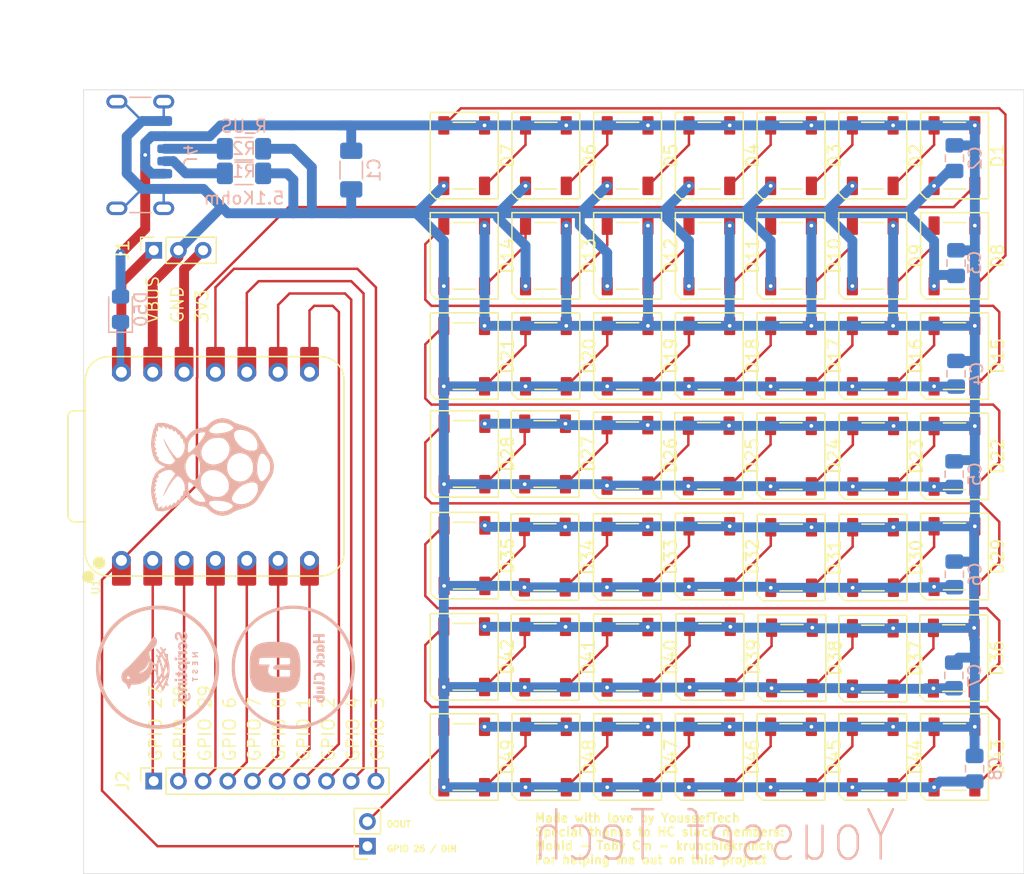
<source format=kicad_pcb>
(kicad_pcb (version 20241229) (generator "pcbnew") (generator_version "9.0")
  (layers (0 "F.Cu" signal) (2 "B.Cu" signal) (13 "F.Paste" user) (15 "B.Paste" user) (5 "F.SilkS" user "F.Silkscreen") (7 "B.SilkS" user "B.Silkscreen") (1 "F.Mask" user) (3 "B.Mask" user) (25 "Edge.Cuts" user))
  (net 0 "")
  (net 1 "Net-(D1-DIN)")
  (net 2 "Net-(D1-DOUT)")
  (net 3 "Net-(D2-DOUT)")
  (net 4 "Net-(D3-DOUT)")
  (net 5 "Net-(D4-DOUT)")
  (net 6 "Net-(D5-DOUT)")
  (net 7 "Net-(D6-DOUT)")
  (net 8 "Net-(D7-DOUT)")
  (net 9 "Net-(D8-DOUT)")
  (net 10 "Net-(D10-DIN)")
  (net 11 "Net-(D10-DOUT)")
  (net 12 "Net-(D11-DOUT)")
  (net 13 "Net-(D12-DOUT)")
  (net 14 "Net-(D13-DOUT)")
  (net 15 "Net-(D14-DOUT)")
  (net 16 "Net-(D15-DOUT)")
  (net 17 "Net-(D16-DOUT)")
  (net 18 "Net-(D17-DOUT)")
  (net 19 "Net-(D18-DOUT)")
  (net 20 "Net-(D19-DOUT)")
  (net 21 "Net-(D20-DOUT)")
  (net 22 "Net-(D21-DOUT)")
  (net 23 "Net-(D22-DOUT)")
  (net 24 "Net-(D40-DOUT)")
  (net 25 "Net-(D23-DOUT)")
  (net 26 "Net-(D41-DOUT)")
  (net 27 "Net-(D24-DOUT)")
  (net 28 "Net-(D25-DOUT)")
  (net 29 "Net-(D26-DOUT)")
  (net 30 "Net-(D27-DOUT)")
  (net 31 "Net-(D28-DOUT)")
  (net 32 "Net-(D29-DOUT)")
  (net 33 "Net-(D30-DOUT)")
  (net 34 "Net-(D31-DOUT)")
  (net 35 "Net-(D32-DOUT)")
  (net 36 "Net-(D33-DOUT)")
  (net 37 "Net-(D34-DOUT)")
  (net 38 "Net-(D35-DOUT)")
  (net 39 "Net-(D36-DOUT)")
  (net 40 "Net-(D37-DOUT)")
  (net 41 "Net-(D38-DOUT)")
  (net 42 "Net-(D39-DOUT)")
  (net 43 "Net-(D42-DOUT)")
  (net 44 "Net-(D43-DOUT)")
  (net 45 "Net-(D44-DOUT)")
  (net 46 "Net-(D45-DOUT)")
  (net 47 "Net-(D46-DOUT)")
  (net 48 "Net-(D47-DOUT)")
  (net 49 "Net-(D48-DOUT)")
  (net 50 "Net-(D49-DOUT)")
  (net 51 "Net-(D1-VDD)")
  (net 52 "Net-(J1-Pin_3)")
  (net 53 "Net-(D1-VSS)")
  (net 54 "Net-(J2-Pin_5)")
  (net 55 "Net-(J2-Pin_6)")
  (net 56 "Net-(J2-Pin_1)")
  (net 57 "Net-(J2-Pin_8)")
  (net 58 "Net-(J2-Pin_10)")
  (net 59 "Net-(J2-Pin_3)")
  (net 60 "Net-(J2-Pin_9)")
  (net 61 "Net-(J2-Pin_7)")
  (net 62 "Net-(J2-Pin_4)")
  (net 63 "Net-(J2-Pin_2)")
  (net 64 "Net-(D50-K)")
  (net 65 "Net-(J4-CC1)")
  (net 66 "Net-(J4-CC2)")
  (footprint "LED_SMD:LED_WS2812B_PLCC4_5.0x5.0mm_P3.2mm" (layer "F.Cu") (at 139.339446 93.793396 -90)
    (property "Reference" "D21")
    (property "Value" "WS2812B")
  )
  (footprint "Connector_PinSocket_2.00mm:PinSocket_1x03_P2.00mm_Vertical" (layer "F.Cu") (at 114.189446 85.223396 90)
    (property "Reference" "J1")
    (property "Value" "Power")
  )
  (footprint "LED_SMD:LED_WS2812B_PLCC4_5.0x5.0mm_P3.2mm" (layer "F.Cu") (at 159.199446 110.033396 -90)
    (property "Reference" "D32")
    (property "Value" "WS2812B")
  )
  (footprint "LED_SMD:LED_WS2812B_PLCC4_5.0x5.0mm_P3.2mm" (layer "F.Cu") (at 179.059446 77.553396 -90)
    (property "Reference" "D1")
    (property "Value" "WS2812B")
  )
  (footprint "LED_SMD:LED_WS2812B_PLCC4_5.0x5.0mm_P3.2mm" (layer "F.Cu") (at 152.559536 110.071835 -90)
    (property "Reference" "D33")
    (property "Value" "WS2812B")
  )
  (footprint "LED_SMD:LED_WS2812B_PLCC4_5.0x5.0mm_P3.2mm" (layer "F.Cu") (at 139.339446 118.153396 -90)
    (property "Reference" "D42")
    (property "Value" "WS2812B")
  )
  (footprint "LED_SMD:LED_WS2812B_PLCC4_5.0x5.0mm_P3.2mm" (layer "F.Cu") (at 152.562934 101.837066 -90)
    (property "Reference" "D26")
    (property "Value" "WS2812B")
  )
  (footprint "LED_SMD:LED_WS2812B_PLCC4_5.0x5.0mm_P3.2mm" (layer "F.Cu") (at 172.439446 77.553396 -90)
    (property "Reference" "D2")
    (property "Value" "WS2812B")
  )
  (footprint "LED_SMD:LED_WS2812B_PLCC4_5.0x5.0mm_P3.2mm" (layer "F.Cu") (at 159.199446 126.273396 -90)
    (property "Reference" "D46")
    (property "Value" "WS2812B")
  )
  (footprint "LED_SMD:LED_WS2812B_PLCC4_5.0x5.0mm_P3.2mm" (layer "F.Cu") (at 145.893753 101.723396 -90)
    (property "Reference" "D27")
    (property "Value" "WS2812B")
  )
  (footprint "LED_SMD:LED_WS2812B_PLCC4_5.0x5.0mm_P3.2mm" (layer "F.Cu") (at 179.059446 85.673396 -90)
    (property "Reference" "D8")
    (property "Value" "WS2812B")
  )
  (footprint "LED_SMD:LED_WS2812B_PLCC4_5.0x5.0mm_P3.2mm" (layer "F.Cu") (at 165.828798 110.113123 -90)
    (property "Reference" "D31")
    (property "Value" "WS2812B")
  )
  (footprint "LED_SMD:LED_WS2812B_PLCC4_5.0x5.0mm_P3.2mm" (layer "F.Cu") (at 159.199446 93.793396 -90)
    (property "Reference" "D18")
    (property "Value" "WS2812B")
  )
  (footprint "LED_SMD:LED_WS2812B_PLCC4_5.0x5.0mm_P3.2mm" (layer "F.Cu") (at 139.339446 126.273396 -90)
    (property "Reference" "D49")
    (property "Value" "WS2812B")
  )
  (footprint "LED_SMD:LED_WS2812B_PLCC4_5.0x5.0mm_P3.2mm" (layer "F.Cu") (at 145.959446 77.553396 -90)
    (property "Reference" "D6")
    (property "Value" "WS2812B")
  )
  (footprint "LED_SMD:LED_WS2812B_PLCC4_5.0x5.0mm_P3.2mm" (layer "F.Cu") (at 152.579446 126.273396 -90)
    (property "Reference" "D47")
    (property "Value" "WS2812B")
  )
  (footprint "LED_SMD:LED_WS2812B_PLCC4_5.0x5.0mm_P3.2mm" (layer "F.Cu") (at 145.959446 93.793396 -90)
    (property "Reference" "D20")
    (property "Value" "WS2812B")
  )
  (footprint "LED_SMD:LED_WS2812B_PLCC4_5.0x5.0mm_P3.2mm" (layer "F.Cu") (at 139.364673 109.96018 -90)
    (property "Reference" "D35")
    (property "Value" "WS2812B")
  )
  (footprint "LED_SMD:LED_WS2812B_PLCC4_5.0x5.0mm_P3.2mm" (layer "F.Cu") (at 179.004026 118.262668 -90)
    (property "Reference" "D36")
    (property "Value" "WS2812B")
  )
  (footprint "Images:logoNegative" (layer "F.Cu") (at 104.5 122)
    (property "Reference" "G***" (hide yes))
    (property "Value" "LOGO" (hide yes))
  )
  (footprint "LED_SMD:LED_WS2812B_PLCC4_5.0x5.0mm_P3.2mm" (layer "F.Cu") (at 165.819446 93.793396 -90)
    (property "Reference" "D17")
    (property "Value" "WS2812B")
  )
  (footprint "LED_SMD:LED_WS2812B_PLCC4_5.0x5.0mm_P3.2mm" (layer "F.Cu") (at 172.443619 118.295145 -90)
    (property "Reference" "D37")
    (property "Value" "WS2812B")
  )
  (footprint "LED_SMD:LED_WS2812B_PLCC4_5.0x5.0mm_P3.2mm" (layer "F.Cu") (at 159.251404 118.173355 -90)
    (property "Reference" "D39")
    (property "Value" "WS2812B")
  )
  (footprint "LED_SMD:LED_WS2812B_PLCC4_5.0x5.0mm_P3.2mm" (layer "F.Cu") (at 145.900093 118.176713 -90)
    (property "Reference" "D41")
    (property "Value" "WS2812B")
  )
  (footprint "LED_SMD:LED_WS2812B_PLCC4_5.0x5.0mm_P3.2mm" (layer "F.Cu") (at 165.819446 85.673396 -90)
    (property "Reference" "D10")
    (property "Value" "WS2812B")
  )
  (footprint "LED_SMD:LED_WS2812B_PLCC4_5.0x5.0mm_P3.2mm" (layer "F.Cu") (at 159.199446 77.553396 -90)
    (property "Reference" "D4")
    (property "Value" "WS2812B")
  )
  (footprint "LED_SMD:LED_WS2812B_PLCC4_5.0x5.0mm_P3.2mm" (layer "F.Cu") (at 152.579446 85.673396 -90)
    (property "Reference" "D12")
    (property "Value" "WS2812B")
  )
  (footprint "LED_SMD:LED_WS2812B_PLCC4_5.0x5.0mm_P3.2mm" (layer "F.Cu") (at 165.81256 101.898623 -90)
    (property "Reference" "D24")
    (property "Value" "WS2812B")
  )
  (footprint "LED_SMD:LED_WS2812B_PLCC4_5.0x5.0mm_P3.2mm" (layer "F.Cu") (at 165.893753 118.243032 -90)
    (property "Reference" "D38")
    (property "Value" "WS2812B")
  )
  (footprint "LED_SMD:LED_WS2812B_PLCC4_5.0x5.0mm_P3.2mm" (layer "F.Cu") (at 139.361275 101.719998 -90)
    (property "Reference" "D28")
    (property "Value" "WS2812B")
  )
  (footprint "LED_SMD:LED_WS2812B_PLCC4_5.0x5.0mm_P3.2mm" (layer "F.Cu") (at 172.439446 126.273396 -90)
    (property "Reference" "D44")
    (property "Value" "WS2812B")
  )
  (footprint "LED_SMD:LED_WS2812B_PLCC4_5.0x5.0mm_P3.2mm" (layer "F.Cu") (at 159.199446 85.673396 -90)
    (property "Reference" "D11")
    (property "Value" "WS2812B")
  )
  (footprint "Images:HClogo" (layer "F.Cu") (at 104.5 119.5)
    (property "Reference" "G***" (hide yes))
    (property "Value" "LOGO" (hide yes))
  )
  (footprint "LED_SMD:LED_WS2812B_PLCC4_5.0x5.0mm_P3.2mm" (layer "F.Cu") (at 172.462105 110.107077 -90)
    (property "Reference" "D30")
    (property "Value" "WS2812B")
  )
  (footprint "LED_SMD:LED_WS2812B_PLCC4_5.0x5.0mm_P3.2mm" (layer "F.Cu") (at 145.959446 126.273396 -90)
    (property "Reference" "D48")
    (property "Value" "WS2812B")
  )
  (footprint "OPL:XIAO-RP2040-DIP" (layer "F.Cu") (at 119.189446 102.723396 90)
    (property "Reference" "U1")
    (property "Value" "XIAO-RP2040-DIP")
  )
  (footprint "LED_SMD:LED_WS2812B_PLCC4_5.0x5.0mm_P3.2mm" (layer "F.Cu") (at 152.56898 118.194316 -90)
    (property "Reference" "D40")
    (property "Value" "WS2812B")
  )
  (footprint "LED_SMD:LED_WS2812B_PLCC4_5.0x5.0mm_P3.2mm" (layer "F.Cu") (at 159.15 101.878813 -90)
    (property "Reference" "D25")
    (property "Value" "WS2812B")
  )
  (footprint "LED_SMD:LED_WS2812B_PLCC4_5.0x5.0mm_P3.2mm" (layer "F.Cu") (at 152.579446 77.553396 -90)
    (property "Reference" "D5")
    (property "Value" "WS2812B")
  )
  (footprint "LED_SMD:LED_WS2812B_PLCC4_5.0x5.0mm_P3.2mm" (layer "F.Cu") (at 172.474946 101.905418 -90)
    (property "Reference" "D23")
    (property "Value" "WS2812B")
  )
  (footprint "LED_SMD:LED_WS2812B_PLCC4_5.0x5.0mm_P3.2mm" (layer "F.Cu") (at 145.959446 85.673396 -90)
    (property "Reference" "D13")
    (property "Value" "WS2812B")
  )
  (footprint "LED_SMD:LED_WS2812B_PLCC4_5.0x5.0mm_P3.2mm" (layer "F.Cu") (at 145.873301 110.078612 -90)
    (property "Reference" "D34")
    (property "Value" "WS2812B")
  )
  (footprint "LED_SMD:LED_WS2812B_PLCC4_5.0x5.0mm_P3.2mm" (layer "F.Cu") (at 172.439446 93.793396 -90)
    (property "Reference" "D16")
    (property "Value" "WS2812B")
  )
  (footprint "LED_SMD:LED_WS2812B_PLCC4_5.0x5.0mm_P3.2mm" (layer "F.Cu") (at 139.339446 85.673396 -90)
    (property "Reference" "D14")
    (property "Value" "WS2812B")
  )
  (footprint "LED_SMD:LED_WS2812B_PLCC4_5.0x5.0mm_P3.2mm" (layer "F.Cu") (at 179.059536 110.031929 -90)
    (property "Reference" "D29")
    (property "Value" "WS2812B")
  )
  (footprint "Connector_PinSocket_2.00mm:PinSocket_1x02_P2.00mm_Vertical" (layer "F.Cu") (at 131.5 133.5 180)
    (property "Reference" "J3" (hide yes))
    (property "Value" "DIN & DOUT" (hide yes))
  )
  (footprint "LED_SMD:LED_WS2812B_PLCC4_5.0x5.0mm_P3.2mm" (layer "F.Cu") (at 179.059446 93.793396 -90)
    (property "Reference" "D15")
    (property "Value" "WS2812B")
  )
  (footprint "LED_SMD:LED_WS2812B_PLCC4_5.0x5.0mm_P3.2mm" (layer "F.Cu") (at 179.059446 101.913396 -90)
    (property "Reference" "D22")
    (property "Value" "WS2812B")
  )
  (footprint "LED_SMD:LED_WS2812B_PLCC4_5.0x5.0mm_P3.2mm" (layer "F.Cu") (at 165.819446 77.553396 -90)
    (property "Reference" "D3")
    (property "Value" "WS2812B")
  )
  (footprint "LED_SMD:LED_WS2812B_PLCC4_5.0x5.0mm_P3.2mm" (layer "F.Cu") (at 165.819446 126.273396 -90)
    (property "Reference" "D45")
    (property "Value" "WS2812B")
  )
  (footprint "LED_SMD:LED_WS2812B_PLCC4_5.0x5.0mm_P3.2mm" (layer "F.Cu") (at 172.439446 85.673396 -90)
    (property "Reference" "D9")
    (property "Value" "WS2812B")
  )
  (footprint "Connector_PinSocket_2.00mm:PinSocket_1x10_P2.00mm_Vertical" (layer "F.Cu") (at 114.189446 128.223396 90)
    (property "Reference" "J2")
    (property "Value" "GPIO")
  )
  (footprint "LED_SMD:LED_WS2812B_PLCC4_5.0x5.0mm_P3.2mm" (layer "F.Cu") (at 179.059446 126.273396 -90)
    (property "Reference" "D43")
    (property "Value" "WS2812B")
  )
  (footprint "LED_SMD:LED_WS2812B_PLCC4_5.0x5.0mm_P3.2mm" (layer "F.Cu") (at 139.339446 77.553396 -90)
    (property "Reference" "D7")
    (property "Value" "WS2812B")
  )
  (footprint "LED_SMD:LED_WS2812B_PLCC4_5.0x5.0mm_P3.2mm" (layer "F.Cu") (at 152.579446 93.793396 -90)
    (property "Reference" "D19")
    (property "Value" "WS2812B")
  )
  (footprint "Capacitor_SMD:C_0805_2012Metric_Pad1.18x1.45mm_HandSolder" (layer "B.Cu") (at 179.051421 111.478521 90)
    (property "Reference" "C6")
    (property "Value" "4.7uF")
  )
  (footprint "Capacitor_SMD:C_0805_2012Metric_Pad1.18x1.45mm_HandSolder" (layer "B.Cu") (at 179.038431 103.358111 90)
    (property "Reference" "C5")
    (property "Value" "4.7uF")
  )
  (footprint "Capacitor_SMD:C_0805_2012Metric_Pad1.18x1.45mm_HandSolder" (layer "B.Cu") (at 179.189446 95.223396 90)
    (property "Reference" "C4")
    (property "Value" "4.7uF")
  )
  (footprint "Images:RPLogo" (layer "B.Cu") (at 118.937858 102.778198 -90)
    (property "Reference" "G***" (hide yes))
    (property "Value" "LOGO" (hide yes))
  )
  (footprint "Capacitor_SMD:C_0805_2012Metric_Pad1.18x1.45mm_HandSolder" (layer "B.Cu") (at 179.059446 77.760896 90)
    (property "Reference" "C2")
    (property "Value" "4.7uF")
  )
  (footprint "Diode_SMD:D_0805_2012Metric_Pad1.15x1.40mm_HandSolder" (layer "B.Cu") (at 111.5 90 90)
    (property "Reference" "D50")
    (property "Value" "D")
  )
  (footprint "Capacitor_SMD:C_0805_2012Metric_Pad1.18x1.45mm_HandSolder" (layer "B.Cu") (at 179.010419 119.664633 90)
    (property "Reference" "C7")
    (property "Value" "4.7uF")
  )
  (footprint "Images:HClogo" (layer "B.Cu") (at 125.5 119 -90)
    (property "Reference" "G***" (hide yes))
    (property "Value" "LOGO" (hide yes))
  )
  (footprint "Connector_USB:USB_C_Receptacle_GCT_USB4125-xx-x_6P_TopMnt_Horizontal" (layer "B.Cu") (at 112 77.5 90)
    (property "Reference" "J4")
    (property "Value" "USB_C_Receptacle_PowerOnly_6P")
  )
  (footprint "Resistor_SMD:R_1206_3216Metric_Pad1.30x1.75mm_HandSolder" (layer "B.Cu") (at 121.5 77)
    (property "Reference" "R1")
    (property "Value" "R_US")
  )
  (footprint "Capacitor_SMD:C_0805_2012Metric_Pad1.18x1.45mm_HandSolder" (layer "B.Cu") (at 179.189446 86.260896 90)
    (property "Reference" "C3" (hide yes))
    (property "Value" "4.7uF")
  )
  (footprint "Resistor_SMD:R_1206_3216Metric_Pad1.30x1.75mm_HandSolder" (layer "B.Cu") (at 121.5 78.99)
    (property "Reference" "R2")
    (property "Value" "5.1Kohm")
  )
  (footprint "Capacitor_SMD:C_0805_2012Metric_Pad1.18x1.45mm_HandSolder" (layer "B.Cu") (at 180.689446 127.223396 90)
    (property "Reference" "C8")
    (property "Value" "4.7uF")
  )
  (footprint "Capacitor_SMD:C_1206_3216Metric_Pad1.33x1.80mm_HandSolder" (layer "B.Cu") (at 130.189446 78.723396 90)
    (property "Reference" "C1")
    (property "Value" "100uF")
  )
  (footprint "Images:logo" (layer "B.Cu") (at 114.5 119 -90)
    (property "Reference" "G***" (hide yes))
    (property "Value" "LOGO" (hide yes))
  )
  (gr_line (start 184.689446 135.723396) (end 108.5 135.723396) (stroke (width 0.05)) (layer "Edge.Cuts"))
  (gr_line (start 108.5 72.223396) (end 108.5 135.723396) (stroke (width 0.05)) (layer "Edge.Cuts"))
  (gr_line (start 184.689446 72.223396) (end 184.689446 135.723396) (stroke (width 0.05)) (layer "Edge.Cuts"))
  (gr_line (start 108.5 72.223396) (end 184.689446 72.223396) (stroke (width 0.05)) (layer "Edge.Cuts"))
  (gr_text "GPIO 26 / DIN" (at 133 134 0) (layer "F.SilkS") (effects (font (size 0.5 0.5) (thickness 0.125) (bold yes)) (justify left bottom)))
  (gr_text "GPIO 1" (at 126.925275 126.723396 90) (layer "F.SilkS") (effects (font (size 1 1) (thickness 0.125)) (justify left bottom)))
  (gr_text "GPIO 6" (at 120.925275 126.723396 90) (layer "F.SilkS") (effects (font (size 1 1) (thickness 0.125)) (justify left bottom)))
  (gr_text "DOUT" (at 133 132 0) (layer "F.SilkS") (effects (font (size 0.5 0.5) (thickness 0.125) (bold yes)) (justify left bottom)))
  (gr_text "GPIO 28\n" (at 116.925275 126.723396 90) (layer "F.SilkS") (effects (font (size 1 1) (thickness 0.125)) (justify left bottom)))
  (gr_text "VBUS" (at 114.689446 91.223396 90) (layer "F.SilkS") (effects (font (size 1 1) (thickness 0.125)) (justify left bottom)))
  (gr_text "Made with love by YoussefTech\nSpecial thanks to HC slack members:\nMohid - Toby Cm - krunchiekrunch\nFor helping me out on this project" (at 145 135 0) (layer "F.SilkS") (effects (font (size 0.7 0.7) (thickness 0.15) (bold yes)) (justify left bottom)))
  (gr_text "GPIO 0" (at 124.925275 126.723396 90) (layer "F.SilkS") (effects (font (size 1 1) (thickness 0.125)) (justify left bottom)))
  (gr_text "GPIO 27" (at 114.925275 126.723396 90) (layer "F.SilkS") (effects (font (size 1 1) (thickness 0.125)) (justify left bottom)))
  (gr_text "3V3" (at 118.689446 91.223396 90) (layer "F.SilkS") (effects (font (size 1 1) (thickness 0.125)) (justify left bottom)))
  (gr_text "GPIO 3" (at 132.925275 126.723396 90) (layer "F.SilkS") (effects (font (size 1 1) (thickness 0.125)) (justify left bottom)))
  (gr_text "GPIO 4" (at 130.925275 126.723396 90) (layer "F.SilkS") (effects (font (size 1 1) (thickness 0.125)) (justify left bottom)))
  (gr_text "GPIO 7" (at 122.925275 126.723396 90) (layer "F.SilkS") (effects (font (size 1 1) (thickness 0.125)) (justify left bottom)))
  (gr_text "GPIO 29" (at 118.925275 126.723396 90) (layer "F.SilkS") (effects (font (size 1 1) (thickness 0.125)) (justify left bottom)))
  (gr_text "GPIO 2" (at 128.925275 126.723396 90) (layer "F.SilkS") (effects (font (size 1 1) (thickness 0.125)) (justify left bottom)))
  (gr_text "GND" (at 116.689446 91.223396 90) (layer "F.SilkS") (effects (font (size 1 1) (thickness 0.125)) (justify left bottom)))
  (gr_text "C3" (at 180.689446 86.223396 90) (layer "B.SilkS") (effects (font (size 1 1)) (justify mirror)))
  (gr_text "Youssef Tech" (at 174.5 135 0) (layer "B.SilkS") (effects (font (size 4 3) (thickness 0.2)) (justify left bottom mirror)))
  (segment (start 117.689446 104.223396) (end 117.689446 95.566706) (width 0.2) (layer "F.Cu") (net 1))
  (segment (start 125.122346 81.723396) (end 178.989446 81.723396) (width 0.2) (layer "F.Cu") (net 1))
  (segment (start 110 111.912842) (end 110 129) (width 0.2) (layer "F.Cu") (net 1))
  (segment (start 114.5 133.5) (end 131.5 133.5) (width 0.2) (layer "F.Cu") (net 1))
  (segment (start 178.989446 81.723396) (end 180.709446 80.003396) (width 0.2) (layer "F.Cu") (net 1))
  (segment (start 117.689446 95.566706) (end 117.712446 95.543706) (width 0.2) (layer "F.Cu") (net 1))
  (segment (start 117.712446 89.133296) (end 125.122346 81.723396) (width 0.2) (layer "F.Cu") (net 1))
  (segment (start 117.712446 95.543706) (end 117.712446 89.133296) (width 0.2) (layer "F.Cu") (net 1))
  (segment (start 110 129) (end 114.5 133.5) (width 0.2) (layer "F.Cu") (net 1))
  (segment (start 111.569446 110.343396) (end 110 111.912842) (width 0.2) (layer "F.Cu") (net 1))
  (segment (start 111.569446 110.343396) (end 117.689446 104.223396) (width 0.2) (layer "F.Cu") (net 1))
  (segment (start 177.409446 76.683396) (end 174.089446 80.003396) (width 0.2) (layer "F.Cu") (net 2))
  (segment (start 177.409446 75.103396) (end 177.409446 76.683396) (width 0.2) (layer "F.Cu") (net 2))
  (segment (start 170.789446 76.683396) (end 167.469446 80.003396) (width 0.2) (layer "F.Cu") (net 3))
  (segment (start 170.789446 75.103396) (end 170.789446 76.683396) (width 0.2) (layer "F.Cu") (net 3))
  (segment (start 164.169446 76.683396) (end 160.849446 80.003396) (width 0.2) (layer "F.Cu") (net 4))
  (segment (start 164.169446 75.103396) (end 164.169446 76.683396) (width 0.2) (layer "F.Cu") (net 4))
  (segment (start 157.549446 76.683396) (end 154.229446 80.003396) (width 0.2) (layer "F.Cu") (net 5))
  (segment (start 157.549446 75.103396) (end 157.549446 76.683396) (width 0.2) (layer "F.Cu") (net 5))
  (segment (start 150.929446 75.103396) (end 150.929446 76.683396) (width 0.2) (layer "F.Cu") (net 6))
  (segment (start 150.929446 76.683396) (end 147.609446 80.003396) (width 0.2) (layer "F.Cu") (net 6))
  (segment (start 144.309446 76.683396) (end 140.989446 80.003396) (width 0.2) (layer "F.Cu") (net 7))
  (segment (start 144.309446 75.103396) (end 144.309446 76.683396) (width 0.2) (layer "F.Cu") (net 7))
  (segment (start 183.189446 85.643396) (end 180.709446 88.123396) (width 0.2) (layer "F.Cu") (net 8))
  (segment (start 183.189446 74.223396) (end 183.189446 85.643396) (width 0.2) (layer "F.Cu") (net 8))
  (segment (start 137.689446 75.103396) (end 139.069446 73.723396) (width 0.2) (layer "F.Cu") (net 8))
  (segment (start 182.689446 73.723396) (end 183.189446 74.223396) (width 0.2) (layer "F.Cu") (net 8))
  (segment (start 139.069446 73.723396) (end 182.689446 73.723396) (width 0.2) (layer "F.Cu") (net 8))
  (segment (start 177.409446 84.803396) (end 174.089446 88.123396) (width 0.2) (layer "F.Cu") (net 9))
  (segment (start 177.409446 83.223396) (end 177.409446 84.803396) (width 0.2) (layer "F.Cu") (net 9))
  (segment (start 170.789446 84.803396) (end 167.469446 88.123396) (width 0.2) (layer "F.Cu") (net 10))
  (segment (start 170.789446 83.223396) (end 170.789446 84.803396) (width 0.2) (layer "F.Cu") (net 10))
  (segment (start 164.169446 83.223396) (end 164.169446 84.803396) (width 0.2) (layer "F.Cu") (net 11))
  (segment (start 164.169446 84.803396) (end 160.849446 88.123396) (width 0.2) (layer "F.Cu") (net 11))
  (segment (start 157.549446 83.223396) (end 157.549446 84.803396) (width 0.2) (layer "F.Cu") (net 12))
  (segment (start 157.549446 84.803396) (end 154.229446 88.123396) (width 0.2) (layer "F.Cu") (net 12))
  (segment (start 150.929446 83.223396) (end 150.929446 84.803396) (width 0.2) (layer "F.Cu") (net 13))
  (segment (start 150.929446 84.803396) (end 147.609446 88.123396) (width 0.2) (layer "F.Cu") (net 13))
  (segment (start 144.309446 83.223396) (end 144.309446 84.803396) (width 0.2) (layer "F.Cu") (net 14))
  (segment (start 144.309446 84.803396) (end 140.989446 88.123396) (width 0.2) (layer "F.Cu") (net 14))
  (segment (start 136.189446 84.723396) (end 136.189446 89.223396) (width 0.2) (layer "F.Cu") (net 15))
  (segment (start 136.189446 89.223396) (end 136.689446 89.723396) (width 0.2) (layer "F.Cu") (net 15))
  (segment (start 182.689446 94.263396) (end 180.709446 96.243396) (width 0.2) (layer "F.Cu") (net 15))
  (segment (start 137.689446 83.223396) (end 136.189446 84.723396) (width 0.2) (layer "F.Cu") (net 15))
  (segment (start 182.189446 89.723396) (end 182.689446 90.223396) (width 0.2) (layer "F.Cu") (net 15))
  (segment (start 136.689446 89.723396) (end 182.189446 89.723396) (width 0.2) (layer "F.Cu") (net 15))
  (segment (start 182.689446 90.223396) (end 182.689446 94.263396) (width 0.2) (layer "F.Cu") (net 15))
  (segment (start 177.409446 92.923396) (end 174.089446 96.243396) (width 0.2) (layer "F.Cu") (net 16))
  (segment (start 177.409446 91.343396) (end 177.409446 92.923396) (width 0.2) (layer "F.Cu") (net 16))
  (segment (start 170.789446 91.343396) (end 170.789446 92.923396) (width 0.2) (layer "F.Cu") (net 17))
  (segment (start 170.789446 92.923396) (end 167.469446 96.243396) (width 0.2) (layer "F.Cu") (net 17))
  (segment (start 164.169446 91.343396) (end 164.169446 92.923396) (width 0.2) (layer "F.Cu") (net 18))
  (segment (start 164.169446 92.923396) (end 160.849446 96.243396) (width 0.2) (layer "F.Cu") (net 18))
  (segment (start 157.549446 92.923396) (end 154.229446 96.243396) (width 0.2) (layer "F.Cu") (net 19))
  (segment (start 157.549446 91.343396) (end 157.549446 92.923396) (width 0.2) (layer "F.Cu") (net 19))
  (segment (start 150.929446 91.343396) (end 150.929446 92.923396) (width 0.2) (layer "F.Cu") (net 20))
  (segment (start 150.929446 92.923396) (end 147.609446 96.243396) (width 0.2) (layer "F.Cu") (net 20))
  (segment (start 144.309446 92.923396) (end 140.989446 96.243396) (width 0.2) (layer "F.Cu") (net 21))
  (segment (start 144.309446 91.343396) (end 144.309446 92.923396) (width 0.2) (layer "F.Cu") (net 21))
  (segment (start 182.189446 97.723396) (end 182.689446 98.223396) (width 0.2) (layer "F.Cu") (net 22))
  (segment (start 136.689446 97.723396) (end 182.189446 97.723396) (width 0.2) (layer "F.Cu") (net 22))
  (segment (start 182.689446 98.223396) (end 182.689446 102.383396) (width 0.2) (layer "F.Cu") (net 22))
  (segment (start 137.689446 91.343396) (end 136.189446 92.843396) (width 0.2) (layer "F.Cu") (net 22))
  (segment (start 136.189446 97.223396) (end 136.689446 97.723396) (width 0.2) (layer "F.Cu") (net 22))
  (segment (start 182.689446 102.383396) (end 180.709446 104.363396) (width 0.2) (layer "F.Cu") (net 22))
  (segment (start 136.189446 92.843396) (end 136.189446 97.223396) (width 0.2) (layer "F.Cu") (net 22))
  (segment (start 177.409446 99.463396) (end 177.409446 101.070918) (width 0.2) (layer "F.Cu") (net 23))
  (segment (start 177.409446 101.070918) (end 174.124946 104.355418) (width 0.2) (layer "F.Cu") (net 23))
  (segment (start 150.91898 117.257826) (end 147.550093 120.626713) (width 0.2) (layer "F.Cu") (net 24))
  (segment (start 150.91898 115.744316) (end 150.91898 117.257826) (width 0.2) (layer "F.Cu") (net 24))
  (segment (start 170.824946 99.455418) (end 170.824946 100.986237) (width 0.2) (layer "F.Cu") (net 25))
  (segment (start 170.824946 100.986237) (end 167.46256 104.348623) (width 0.2) (layer "F.Cu") (net 25))
  (segment (start 144.250093 117.342749) (end 140.989446 120.603396) (width 0.2) (layer "F.Cu") (net 26))
  (segment (start 144.250093 115.726713) (end 144.250093 117.342749) (width 0.2) (layer "F.Cu") (net 26))
  (segment (start 164.16256 99.448623) (end 164.16256 100.966253) (width 0.2) (layer "F.Cu") (net 27))
  (segment (start 164.16256 100.966253) (end 160.8 104.328813) (width 0.2) (layer "F.Cu") (net 27))
  (segment (start 157.5 99.428813) (end 157.5 101) (width 0.2) (layer "F.Cu") (net 28))
  (segment (start 157.5 101) (end 154.212934 104.287066) (width 0.2) (layer "F.Cu") (net 28))
  (segment (start 150.912934 99.387066) (end 150.912934 100.804215) (width 0.2) (layer "F.Cu") (net 29))
  (segment (start 150.912934 100.804215) (end 147.543753 104.173396) (width 0.2) (layer "F.Cu") (net 29))
  (segment (start 144.243753 99.273396) (end 144.243753 100.93752) (width 0.2) (layer "F.Cu") (net 30))
  (segment (start 144.243753 100.93752) (end 141.011275 104.169998) (width 0.2) (layer "F.Cu") (net 30))
  (segment (start 136.189446 105.223396) (end 136.689446 105.723396) (width 0.2) (layer "F.Cu") (net 31))
  (segment (start 182.689446 110.502019) (end 180.709536 112.481929) (width 0.2) (layer "F.Cu") (net 31))
  (segment (start 136.189446 100.791827) (end 136.189446 105.223396) (width 0.2) (layer "F.Cu") (net 31))
  (segment (start 181.189446 105.723396) (end 182.689446 107.223396) (width 0.2) (layer "F.Cu") (net 31))
  (segment (start 137.711275 99.269998) (end 136.189446 100.791827) (width 0.2) (layer "F.Cu") (net 31))
  (segment (start 182.689446 107.223396) (end 182.689446 110.502019) (width 0.2) (layer "F.Cu") (net 31))
  (segment (start 136.689446 105.723396) (end 181.189446 105.723396) (width 0.2) (layer "F.Cu") (net 31))
  (segment (start 177.409536 109.259646) (end 174.112105 112.557077) (width 0.2) (layer "F.Cu") (net 32))
  (segment (start 177.409536 107.581929) (end 177.409536 109.259646) (width 0.2) (layer "F.Cu") (net 32))
  (segment (start 170.812105 107.657077) (end 170.812105 109.229816) (width 0.2) (layer "F.Cu") (net 33))
  (segment (start 170.812105 109.229816) (end 167.478798 112.563123) (width 0.2) (layer "F.Cu") (net 33))
  (segment (start 164.178798 107.663123) (end 164.178798 109.154044) (width 0.2) (layer "F.Cu") (net 34))
  (segment (start 164.178798 109.154044) (end 160.849446 112.483396) (width 0.2) (layer "F.Cu") (net 34))
  (segment (start 157.549446 107.583396) (end 157.549446 109.181925) (width 0.2) (layer "F.Cu") (net 35))
  (segment (start 157.549446 109.181925) (end 154.209536 112.521835) (width 0.2) (layer "F.Cu") (net 35))
  (segment (start 150.909536 107.621835) (end 150.909536 109.142377) (width 0.2) (layer "F.Cu") (net 36))
  (segment (start 150.909536 109.142377) (end 147.523301 112.528612) (width 0.2) (layer "F.Cu") (net 36))
  (segment (start 144.223301 107.628612) (end 144.223301 109.201552) (width 0.2) (layer "F.Cu") (net 37))
  (segment (start 144.223301 109.201552) (end 141.014673 112.41018) (width 0.2) (layer "F.Cu") (net 37))
  (segment (start 137.189446 114.223396) (end 181.689446 114.223396) (width 0.2) (layer "F.Cu") (net 38))
  (segment (start 182.689446 115.223396) (end 182.689446 118.723396) (width 0.2) (layer "F.Cu") (net 38))
  (segment (start 136.189446 109.035407) (end 136.189446 113.223396) (width 0.2) (layer "F.Cu") (net 38))
  (segment (start 181.689446 114.223396) (end 182.689446 115.223396) (width 0.2) (layer "F.Cu") (net 38))
  (segment (start 136.189446 113.223396) (end 137.189446 114.223396) (width 0.2) (layer "F.Cu") (net 38))
  (segment (start 182.689446 118.723396) (end 182.643298 118.723396) (width 0.2) (layer "F.Cu") (net 38))
  (segment (start 137.714673 107.51018) (end 136.189446 109.035407) (width 0.2) (layer "F.Cu") (net 38))
  (segment (start 182.643298 118.723396) (end 180.654026 120.712668) (width 0.2) (layer "F.Cu") (net 38))
  (segment (start 177.354026 115.812668) (end 177.354026 117.484738) (width 0.2) (layer "F.Cu") (net 39))
  (segment (start 177.354026 117.484738) (end 174.093619 120.745145) (width 0.2) (layer "F.Cu") (net 39))
  (segment (start 170.793619 115.845145) (end 170.793619 117.443166) (width 0.2) (layer "F.Cu") (net 40))
  (segment (start 170.793619 117.443166) (end 167.543753 120.693032) (width 0.2) (layer "F.Cu") (net 40))
  (segment (start 164.243753 115.793032) (end 164.243753 117.281006) (width 0.2) (layer "F.Cu") (net 41))
  (segment (start 164.243753 117.281006) (end 160.901404 120.623355) (width 0.2) (layer "F.Cu") (net 41))
  (segment (start 157.601404 115.723355) (end 157.601404 117.261892) (width 0.2) (layer "F.Cu") (net 42))
  (segment (start 157.601404 117.261892) (end 154.21898 120.644316) (width 0.2) (layer "F.Cu") (net 42))
  (segment (start 181.689446 122.223396) (end 182.689446 123.223396) (width 0.2) (layer "F.Cu") (net 43))
  (segment (start 136.689446 122.223396) (end 181.689446 122.223396) (width 0.2) (layer "F.Cu") (net 43))
  (segment (start 182.689446 123.223396) (end 182.689446 126.743396) (width 0.2) (layer "F.Cu") (net 43))
  (segment (start 182.689446 126.743396) (end 180.709446 128.723396) (width 0.2) (layer "F.Cu") (net 43))
  (segment (start 136.189446 117.203396) (end 136.189446 121.723396) (width 0.2) (layer "F.Cu") (net 43))
  (segment (start 137.689446 115.703396) (end 136.189446 117.203396) (width 0.2) (layer "F.Cu") (net 43))
  (segment (start 136.189446 121.723396) (end 136.689446 122.223396) (width 0.2) (layer "F.Cu") (net 43))
  (segment (start 177.409446 123.823396) (end 177.409446 125.403396) (width 0.2) (layer "F.Cu") (net 44))
  (segment (start 177.409446 125.403396) (end 174.089446 128.723396) (width 0.2) (layer "F.Cu") (net 44))
  (segment (start 170.789446 125.403396) (end 167.469446 128.723396) (width 0.2) (layer "F.Cu") (net 45))
  (segment (start 170.789446 123.823396) (end 170.789446 125.403396) (width 0.2) (layer "F.Cu") (net 45))
  (segment (start 164.169446 125.403396) (end 160.849446 128.723396) (width 0.2) (layer "F.Cu") (net 46))
  (segment (start 164.169446 123.823396) (end 164.169446 125.403396) (width 0.2) (layer "F.Cu") (net 46))
  (segment (start 157.549446 125.403396) (end 154.229446 128.723396) (width 0.2) (layer "F.Cu") (net 47))
  (segment (start 157.549446 123.823396) (end 157.549446 125.403396) (width 0.2) (layer "F.Cu") (net 47))
  (segment (start 150.929446 123.823396) (end 150.929446 125.403396) (width 0.2) (layer "F.Cu") (net 48))
  (segment (start 150.929446 125.403396) (end 147.609446 128.723396) (width 0.2) (layer "F.Cu") (net 48))
  (segment (start 144.309446 125.403396) (end 140.989446 128.723396) (width 0.2) (layer "F.Cu") (net 49))
  (segment (start 144.309446 123.823396) (end 144.309446 125.403396) (width 0.2) (layer "F.Cu") (net 49))
  (segment (start 137.689446 125.310554) (end 131.5 131.5) (width 0.2) (layer "F.Cu") (net 50))
  (segment (start 137.689446 123.823396) (end 137.689446 125.310554) (width 0.2) (layer "F.Cu") (net 50))
  (segment (start 113.5 83.5) (end 113.5 77.5) (width 0.8) (layer "F.Cu") (net 51))
  (segment (start 111.5 85.5) (end 113.5 83.5) (width 0.8) (layer "F.Cu") (net 51))
  (via (at 154.229446 75.103396) (size 0.6) (drill 0.3) (layers "F.Cu" "B.Cu") (net 51))
  (via (at 140.989446 123.823396) (size 0.6) (drill 0.3) (layers "F.Cu" "B.Cu") (net 51))
  (via (at 147.550093 115.726713) (size 0.6) (drill 0.3) (layers "F.Cu" "B.Cu") (net 51))
  (via (at 111.5 85.5) (size 0.6) (drill 0.3) (layers "F.Cu" "B.Cu") (net 51))
  (via (at 167.469446 91.343396) (size 0.6) (drill 0.3) (layers "F.Cu" "B.Cu") (net 51))
  (via (at 140.989446 75.103396) (size 0.6) (drill 0.3) (layers "F.Cu" "B.Cu") (net 51))
  (via (at 174.089446 123.823396) (size 0.6) (drill 0.3) (layers "F.Cu" "B.Cu") (net 51))
  (via (at 140.989446 115.703396) (size 0.6) (drill 0.3) (layers "F.Cu" "B.Cu") (net 51))
  (via (at 160.849446 83.223396) (size 0.6) (drill 0.3) (layers "F.Cu" "B.Cu") (net 51))
  (via (at 174.093619 115.845145) (size 0.6) (drill 0.3) (layers "F.Cu" "B.Cu") (net 51))
  (via (at 160.849446 123.823396) (size 0.6) (drill 0.3) (layers "F.Cu" "B.Cu") (net 51))
  (via (at 160.849446 75.103396) (size 0.6) (drill 0.3) (layers "F.Cu" "B.Cu") (net 51))
  (via (at 154.209536 107.621835) (size 0.6) (drill 0.3) (layers "F.Cu" "B.Cu") (net 51))
  (via (at 113.5 77.5) (size 0.6) (drill 0.3) (layers "F.Cu" "B.Cu") (net 51))
  (via (at 174.089446 75.103396) (size 0.6) (drill 0.3) (layers "F.Cu" "B.Cu") (net 51))
  (via (at 167.478798 107.663123) (size 0.6) (drill 0.3) (layers "F.Cu" "B.Cu") (net 51))
  (via (at 141.014673 107.51018) (size 0.6) (drill 0.3) (layers "F.Cu" "B.Cu") (net 51))
  (via (at 180.709446 91.343396) (size 0.6) (drill 0.3) (layers "F.Cu" "B.Cu") (net 51))
  (via (at 167.469446 123.823396) (size 0.6) (drill 0.3) (layers "F.Cu" "B.Cu") (net 51))
  (via (at 160.901404 115.723355) (size 0.6) (drill 0.3) (layers "F.Cu" "B.Cu") (net 51))
  (via (at 147.523301 107.628612) (size 0.6) (drill 0.3) (layers "F.Cu" "B.Cu") (net 51))
  (via (at 160.8 99.428813) (size 0.6) (drill 0.3) (layers "F.Cu" "B.Cu") (net 51))
  (via (at 154.229446 123.823396) (size 0.6) (drill 0.3) (layers "F.Cu" "B.Cu") (net 51))
  (via (at 160.849446 91.343396) (size 0.6) (drill 0.3) (layers "F.Cu" "B.Cu") (net 51))
  (via (at 167.469446 83.223396) (size 0.6) (drill 0.3) (layers "F.Cu" "B.Cu") (net 51))
  (via (at 141.011275 99.269998) (size 0.6) (drill 0.3) (layers "F.Cu" "B.Cu") (net 51))
  (via (at 180.654026 115.812668) (size 0.6) (drill 0.3) (layers "F.Cu" "B.Cu") (net 51))
  (via (at 180.709536 107.581929) (size 0.6) (drill 0.3) (layers "F.Cu" "B.Cu") (net 51))
  (via (at 167.46256 99.448623) (size 0.6) (drill 0.3) (layers "F.Cu" "B.Cu") (net 51))
  (via (at 154.229446 91.343396) (size 0.6) (drill 0.3) (layers "F.Cu" "B.Cu") (net 51))
  (via (at 174.124946 99.455418) (size 0.6) (drill 0.3) (layers "F.Cu" "B.Cu") (net 51))
  (via (at 154.21898 115.744316) (size 0.6) (drill 0.3) (layers "F.Cu" "B.Cu") (net 51))
  (via (at 180.709446 99.463396) (size 0.6) (drill 0.3) (layers "F.Cu" "B.Cu") (net 51))
  (via (at 147.609446 91.343396) (size 0.6) (drill 0.3) (layers "F.Cu" "B.Cu") (net 51))
  (via (at 154.212934 99.387066) (size 0.6) (drill 0.3) (layers "F.Cu" "B.Cu") (net 51))
  (via (at 147.609446 123.823396) (size 0.6) (drill 0.3) (layers "F.Cu" "B.Cu") (net 51))
  (via (at 180.709446 75.103396) (size 0.6) (drill 0.3) (layers "F.Cu" "B.Cu") (net 51))
  (via (at 180.709446 83.223396) (size 0.6) (drill 0.3) (layers "F.Cu" "B.Cu") (net 51))
  (via (at 174.089446 83.223396) (size 0.6) (drill 0.3) (layers "F.Cu" "B.Cu") (net 51))
  (via (at 140.989446 91.343396) (size 0.6) (drill 0.3) (layers "F.Cu" "B.Cu") (net 51))
  (via (at 147.543753 99.273396) (size 0.6) (drill 0.3) (layers "F.Cu" "B.Cu") (net 51))
  (via (at 160.849446 107.583396) (size 0.6) (drill 0.3) (layers "F.Cu" "B.Cu") (net 51))
  (via (at 167.543753 115.793032) (size 0.6) (drill 0.3) (layers "F.Cu" "B.Cu") (net 51))
  (via (at 167.469446 75.103396) (size 0.6) (drill 0.3) (layers "F.Cu" "B.Cu") (net 51))
  (via (at 147.609446 75.103396) (size 0.6) (drill 0.3) (layers "F.Cu" "B.Cu") (net 51))
  (via (at 174.112105 107.657077) (size 0.6) (drill 0.3) (layers "F.Cu" "B.Cu") (net 51))
  (via (at 140.989446 83.223396) (size 0.6) (drill 0.3) (layers "F.Cu" "B.Cu") (net 51))
  (via (at 147.609446 83.223396) (size 0.6) (drill 0.3) (layers "F.Cu" "B.Cu") (net 51))
  (via (at 174.089446 91.343396) (size 0.6) (drill 0.3) (layers "F.Cu" "B.Cu") (net 51))
  (via (at 180.709446 123.823396) (size 0.6) (drill 0.3) (layers "F.Cu" "B.Cu") (net 51))
  (via (at 154.229446 83.223396) (size 0.6) (drill 0.3) (layers "F.Cu" "B.Cu") (net 51))
  (segment (start 160.849446 123.823396) (end 154.229446 123.823396) (width 0.8) (layer "B.Cu") (net 51))
  (segment (start 147.567696 115.744316) (end 147.550093 115.726713) (width 0.8) (layer "B.Cu") (net 51))
  (segment (start 180.709446 83.223396) (end 180.709446 85.223396) (width 0.8) (layer "B.Cu") (net 51))
  (segment (start 180.654026 110.223396) (end 180.654026 115.812668) (width 0.8) (layer "B.Cu") (net 51))
  (segment (start 167.484844 107.657077) (end 167.478798 107.663123) (width 0.8) (layer "B.Cu") (net 51))
  (segment (start 114.02 75.98) (end 115.08 75.98) (width 0.8) (layer "B.Cu") (net 51))
  (segment (start 180.654026 115.812668) (end 174.126096 115.812668) (width 0.8) (layer "B.Cu") (net 51))
  (segment (start 180.654026 116.687976) (end 180.709446 116.743396) (width 0.8) (layer "B.Cu") (net 51))
  (segment (start 113.5 78.5) (end 113.5 77.5) (width 0.8) (layer "B.Cu") (net 51))
  (segment (start 154.239941 115.723355) (end 154.21898 115.744316) (width 0.8) (layer "B.Cu") (net 51))
  (segment (start 140.989446 91.343396) (end 140.989446 83.223396) (width 0.8) (layer "B.Cu") (net 51))
  (segment (start 115.08 79.02) (end 114.02 79.02) (width 0.8) (layer "B.Cu") (net 51))
  (segment (start 179.414156 118.223396) (end 179.010419 118.627133) (width 0.8) (layer "B.Cu") (net 51))
  (segment (start 174.126096 115.812668) (end 174.093619 115.845145) (width 0.8) (layer "B.Cu") (net 51))
  (segment (start 167.469355 99.455418) (end 167.46256 99.448623) (width 0.8) (layer "B.Cu") (net 51))
  (segment (start 167.595866 115.845145) (end 167.543753 115.793032) (width 0.8) (layer "B.Cu") (net 51))
  (segment (start 180.709536 107.581929) (end 180.709536 107.743486) (width 0.8) (layer "B.Cu") (net 51))
  (segment (start 180.709446 118.223396) (end 180.709446 123.223396) (width 0.8) (layer "B.Cu") (net 51))
  (segment (start 147.609446 75.103396) (end 154.229446 75.103396) (width 0.8) (layer "B.Cu") (net 51))
  (segment (start 174.132924 99.463396) (end 174.124946 99.455418) (width 0.8) (layer "B.Cu") (net 51))
  (segment (start 180.709446 76.723396) (end 180.709446 83.223396) (width 0.8) (layer "B.Cu") (net 51))
  (segment (start 111.5 88.975) (end 111.5 85.5) (width 0.8) (layer "B.Cu") (net 51))
  (segment (start 160.849446 91.343396) (end 154.229446 91.343396) (width 0.8) (layer "B.Cu") (net 51))
  (segment (start 180.671946 94.185896) (end 179.189446 94.185896) (width 0.8) (layer "B.Cu") (net 51))
  (segment (start 160.971081 115.793032) (end 160.901404 115.723355) (width 0.8) (layer "B.Cu") (net 51))
  (segment (start 180.654026 110.223396) (end 180.436401 110.441021) (width 0.8) (layer "B.Cu") (net 51))
  (segment (start 154.254681 99.428813) (end 154.212934 99.387066) (width 0.8) (layer "B.Cu") (net 51))
  (segment (start 147.609446 91.343396) (end 147.609446 83.223396) (width 0.8) (layer "B.Cu") (net 51))
  (segment (start 147.609446 91.343396) (end 140.989446 91.343396) (width 0.8) (layer "B.Cu") (net 51))
  (segment (start 115.08 75.98) (end 118.734576 75.98) (width 0.8) (layer "B.Cu") (net 51))
  (segment (start 114.02 79.02) (end 113.5 78.5) (width 0.8) (layer "B.Cu") (net 51))
  (segment (start 154.209536 107.621835) (end 147.530078 107.621835) (width 0.8) (layer "B.Cu") (net 51))
  (segment (start 180.654026 107.798996) (end 180.654026 110.223396) (width 0.8) (layer "B.Cu") (net 51))
  (segment (start 125.25605 75.05) (end 125.309446 75.103396) (width 0.6) (layer "B.Cu") (net 51))
  (segment (start 154.21898 115.744316) (end 147.567696 115.744316) (width 0.8) (layer "B.Cu") (net 51))
  (segment (start 130.189446 75.103396) (end 130.189446 77.160896) (width 0.8) (layer "B.Cu") (net 51))
  (segment (start 147.657423 99.387066) (end 147.543753 99.273396) (width 0.8) (layer "B.Cu") (net 51))
  (segment (start 147.523301 107.628612) (end 141.133105 107.628612) (width 0.8) (layer "B.Cu") (net 51))
  (segment (start 174.089446 91.343396) (end 174.089446 83.223396) (width 0.8) (layer "B.Cu") (net 51))
  (segment (start 174.093619 115.845145) (end 167.595866 115.845145) (width 0.8) (layer "B.Cu") (net 51))
  (segment (start 141.012763 115.726713) (end 140.989446 115.703396) (width 0.8) (layer "B.Cu") (net 51))
  (segment (start 180.709446 76.723396) (end 179.059446 76.723396) (width 0.8) (layer "B.Cu") (net 51))
  (segment (start 154.229446 91.343396) (end 154.229446 83.223396) (width 0.8) (layer "B.Cu") (net 51))
  (segment (start 180.709446 99.463396) (end 174.132924 99.463396) (width 0.8) (layer "B.Cu") (net 51))
  (segment (start 147.543753 99.273396) (end 141.014673 99.273396) (width 0.8) (layer "B.Cu") (net 51))
  (segment (start 167.478798 107.663123) (end 160.929173 107.663123) (width 0.8) (layer "B.Cu") (net 51))
  (segment (start 113.5 76.5) (end 114.02 75.98) (width 0.8) (layer "B.Cu") (net 51))
  (segment (start 154.229446 123.823396) (end 147.609446 123.823396) (width 0.8) (layer "B.Cu") (net 51))
  (segment (start 180.709446 94.223396) (end 180.671946 94.185896) (width 0.8) (layer "B.Cu") (net 51))
  (segment (start 174.089446 123.823396) (end 167.469446 123.823396) (width 0.8) (layer "B.Cu") (net 51))
  (segment (start 174.124946 99.455418) (end 167.469355 99.455418) (width 0.8) (layer "B.Cu") (net 51))
  (segment (start 180.709536 107.581929) (end 174.187253 107.581929) (width 0.8) (layer "B.Cu") (net 51))
  (segment (start 180.709446 75.103396) (end 180.709446 76.723396) (width 0.8) (layer "B.Cu") (net 51))
  (segment (start 160.81981 99.448623) (end 160.8 99.428813) (width 0.8) (layer "B.Cu") (net 51))
  (segment (start 180.709446 91.343396) (end 180.709446 94.223396) (width 0.8) (layer "B.Cu") (net 51))
  (segment (start 179.135646 102.223396) (end 179.038431 102.320611) (width 0.8) (layer "B.Cu") (net 51))
  (segment (start 113.5 77.5) (end 113.5 76.5) (width 0.8) (layer "B.Cu") (net 51))
  (segment (start 154.247975 107.583396) (end 154.209536 107.621835) (width 0.8) (layer "B.Cu") (net 51))
  (segment (start 130.189446 75.103396) (end 125.309446 75.103396) (width 0.8) (layer "B.Cu") (net 51))
  (segment (start 174.112105 107.657077) (end 167.484844 107.657077) (width 0.8) (layer "B.Cu") (net 51))
  (segment (start 160.929173 107.663123) (end 160.849446 107.583396) (width 0.8) (layer "B.Cu") (net 51))
  (segment (start 154.212934 99.387066) (end 147.657423 99.387066) (width 0.8) (layer "B.Cu") (net 51))
  (segment (start 160.849446 91.343396) (end 160.849446 83.223396) (width 0.8) (layer "B.Cu") (net 51))
  (segment (start 180.709446 85.223396) (end 179.189446 85.223396) (width 0.8) (layer "B.Cu") (net 51))
  (segment (start 180.709536 107.743486) (end 180.654026 107.798996) (width 0.8) (layer "B.Cu") (net 51))
  (segment (start 180.709536 102.223396) (end 179.135646 102.223396) (width 0.8) (layer "B.Cu") (net 51))
  (segment (start 167.469446 91.343396) (end 160.849446 91.343396) (width 0.8) (layer "B.Cu") (net 51))
  (segment (start 167.469446 123.823396) (end 160.849446 123.823396) (width 0.8) (layer "B.Cu") (net 51))
  (segment (start 167.46256 99.448623) (end 160.81981 99.448623) (width 0.8) (layer "B.Cu") (net 51))
  (segment (start 174.089446 91.343396) (end 167.469446 91.343396) (width 0.8) (layer "B.Cu") (net 51))
  (segment (start 154.229446 75.103396) (end 160.849446 75.103396) (width 0.8) (layer "B.Cu") (net 51))
  (segment (start 180.709446 118.223396) (end 179.414156 118.223396) (width 0.8) (layer "B.Cu") (net 51))
  (segment (start 174.089446 75.103396) (end 180.709446 75.103396) (width 0.8) (layer "B.Cu") (net 51))
  (segment (start 174.187253 107.581929) (end 174.112105 107.657077) (width 0.8) (layer "B.Cu") (net 51))
  (segment (start 154.229446 91.343396) (end 147.609446 91.343396) (width 0.8) (layer "B.Cu") (net 51))
  (segment (start 147.550093 115.726713) (end 141.012763 115.726713) (width 0.8) (layer "B.Cu") (net 51))
  (segment (start 167.543753 115.793032) (end 160.971081 115.793032) (width 0.8) (layer "B.Cu") (net 51))
  (segment (start 160.8 99.428813) (end 154.254681 99.428813) (width 0.8) (layer "B.Cu") (net 51))
  (segment (start 180.654026 115.812668) (end 180.654026 116.687976) (width 0.8) (layer "B.Cu") (net 51))
  (segment (start 147.530078 107.621835) (end 147.523301 107.628612) (width 0.8) (layer "B.Cu") (net 51))
  (segment (start 180.689446 123.243396) (end 180.689446 126.185896) (width 0.8) (layer "B.Cu") (net 51))
  (segment (start 119.61118 75.103396) (end 125.309446 75.103396) (width 0.8) (layer "B.Cu") (net 51))
  (segment (start 141.014673 99.273396) (end 141.011275 99.269998) (width 0.8) (layer "B.Cu") (net 51))
  (segment (start 180.709446 116.743396) (end 180.709446 118.223396) (width 0.8) (layer "B.Cu") (net 51))
  (segment (start 180.709446 94.223396) (end 180.709446 99.463396) (width 0.8) (layer "B.Cu") (net 51))
  (segment (start 141.133105 107.628612) (end 141.014673 107.51018) (width 0.8) (layer "B.Cu") (net 51))
  (segment (start 160.901404 115.723355) (end 154.239941 115.723355) (width 0.8) (layer "B.Cu") (net 51))
  (segment (start 180.709446 85.223396) (end 180.709446 91.343396) (width 0.8) (layer "B.Cu") (net 51))
  (segment (start 160.849446 107.583396) (end 154.247975 107.583396) (width 0.8) (layer "B.Cu") (net 51))
  (segment (start 118.734576 75.98) (end 119.61118 75.103396) (width 0.8) (layer "B.Cu") (net 51))
  (segment (start 160.849446 75.103396) (end 167.469446 75.103396) (width 0.8) (layer "B.Cu") (net 51))
  (segment (start 180.709446 91.343396) (end 174.089446 91.343396) (width 0.8) (layer "B.Cu") (net 51))
  (segment (start 180.709536 102.223396) (end 180.709536 107.581929) (width 0.8) (layer "B.Cu") (net 51))
  (segment (start 180.436401 110.441021) (end 179.051421 110.441021) (width 0.8) (layer "B.Cu") (net 51))
  (segment (start 167.469446 75.103396) (end 174.089446 75.103396) (width 0.8) (layer "B.Cu") (net 51))
  (segment (start 167.469446 91.343396) (end 167.469446 83.223396) (width 0.8) (layer "B.Cu") (net 51))
  (segment (start 147.609446 123.823396) (end 140.989446 123.823396) (width 0.8) (layer "B.Cu") (net 51))
  (segment (start 140.989446 75.103396) (end 147.609446 75.103396) (width 0.8) (layer "B.Cu") (net 51))
  (segment (start 180.709446 123.223396) (end 180.689446 123.243396) (width 0.8) (layer "B.Cu") (net 51))
  (segment (start 180.709446 123.823396) (end 174.089446 123.823396) (width 0.8) (layer "B.Cu") (net 51))
  (segment (start 180.709446 123.223396) (end 180.709446 123.823396) (width 0.8) (layer "B.Cu") (net 51))
  (segment (start 129.189446 75.103396) (end 140.989446 75.103396) (width 0.8) (layer "B.Cu") (net 51))
  (segment (start 180.709536 99.463306) (end 180.709536 102.223396) (width 0.8) (layer "B.Cu") (net 51))
  (segment (start 116.649446 95.103396) (end 116.649446 86.763396) (width 0.8) (layer "F.Cu") (net 52))
  (segment (start 116.649446 86.763396) (end 118.189446 85.223396) (width 0.8) (layer "F.Cu") (net 52))
  (segment (start 116.189446 85.775396) (end 116.189446 85.223396) (width 0.8) (layer "F.Cu") (net 53))
  (segment (start 114.109446 87.855396) (end 116.189446 85.775396) (width 0.8) (layer "F.Cu") (net 53))
  (segment (start 114.109446 95.103396) (end 114.109446 87.855396) (width 0.8) (layer "F.Cu") (net 53))
  (via (at 150.91898 120.644316) (size 0.6) (drill 0.3) (layers "F.Cu" "B.Cu") (net 53))
  (via (at 137.711275 104.169998) (size 0.6) (drill 0.3) (layers "F.Cu" "B.Cu") (net 53))
  (via (at 164.243753 120.693032) (size 0.6) (drill 0.3) (layers "F.Cu" "B.Cu") (net 53))
  (via (at 144.223301 112.528612) (size 0.6) (drill 0.3) (layers "F.Cu" "B.Cu") (net 53))
  (via (at 177.409446 104.363396) (size 0.6) (drill 0.3) (layers "F.Cu" "B.Cu") (net 53))
  (via (at 170.812105 112.557077) (size 0.6) (drill 0.3) (layers "F.Cu" "B.Cu") (net 53))
  (via (at 157.549446 128.723396) (size 0.6) (drill 0.3) (layers "F.Cu" "B.Cu") (net 53))
  (via (at 157.601404 120.623355) (size 0.6) (drill 0.3) (layers "F.Cu" "B.Cu") (net 53))
  (via (at 164.169446 88.123396) (size 0.6) (drill 0.3) (layers "F.Cu" "B.Cu") (net 53))
  (via (at 150.909536 112.521835) (size 0.6) (drill 0.3) (layers "F.Cu" "B.Cu") (net 53))
  (via (at 144.243753 104.173396) (size 0.6) (drill 0.3) (layers "F.Cu" "B.Cu") (net 53))
  (via (at 164.16256 104.348623) (size 0.6) (drill 0.3) (layers "F.Cu" "B.Cu") (net 53))
  (via (at 157.549446 88.123396) (size 0.6) (drill 0.3) (layers "F.Cu" "B.Cu") (net 53))
  (via (at 150.929446 128.723396) (size 0.6) (drill 0.3) (layers "F.Cu" "B.Cu") (net 53))
  (via (at 177.409446 128.723396) (size 0.6) (drill 0.3) (layers "F.Cu" "B.Cu") (net 53))
  (via (at 137.689446 96.243396) (size 0.6) (drill 0.3) (layers "F.Cu" "B.Cu") (net 53))
  (via (at 170.789446 80.003396) (size 0.6) (drill 0.3) (layers "F.Cu" "B.Cu") (net 53))
  (via (at 157.549446 112.483396) (size 0.6) (drill 0.3) (layers "F.Cu" "B.Cu") (net 53))
  (via (at 150.929446 88.123396) (size 0.6) (drill 0.3) (layers "F.Cu" "B.Cu") (net 53))
  (via (at 177.409446 96.243396) (size 0.6) (drill 0.3) (layers "F.Cu" "B.Cu") (net 53))
  (via (at 177.409536 112.481929) (size 0.6) (drill 0.3) (layers "F.Cu" "B.Cu") (net 53))
  (via (at 177.409446 88.123396) (size 0.6) (drill 0.3) (layers "F.Cu" "B.Cu") (net 53))
  (via (at 177.354026 120.712668) (size 0.6) (drill 0.3) (layers "F.Cu" "B.Cu") (net 53))
  (via (at 137.689446 80.003396) (size 0.6) (drill 0.3) (layers "F.Cu" "B.Cu") (net 53))
  (via (at 157.549446 80.003396) (size 0.6) (drill 0.3) (layers "F.Cu" "B.Cu") (net 53))
  (via (at 137.689446 120.603396) (size 0.6) (drill 0.3) (layers "F.Cu" "B.Cu") (net 53))
  (via (at 170.789446 128.723396) (size 0.6) (drill 0.3) (layers "F.Cu" "B.Cu") (net 53))
  (via (at 170.793619 120.745145) (size 0.6) (drill 0.3) (layers "F.Cu" "B.Cu") (net 53))
  (via (at 144.309446 88.123396) (size 0.6) (drill 0.3) (layers "F.Cu" "B.Cu") (net 53))
  (via (at 150.912934 104.287066) (size 0.6) (drill 0.3) (layers "F.Cu" "B.Cu") (net 53))
  (via (at 177.409446 80.003396) (size 0.6) (drill 0.3) (layers "F.Cu" "B.Cu") (net 53))
  (via (at 170.789446 88.123396) (size 0.6) (drill 0.3) (layers "F.Cu" "B.Cu") (net 53))
  (via (at 144.309446 80.003396) (size 0.6) (drill 0.3) (layers "F.Cu" "B.Cu") (net 53))
  (via (at 150.929446 96.243396) (size 0.6) (drill 0.3) (layers "F.Cu" "B.Cu") (net 53))
  (via (at 144.309446 96.243396) (size 0.6) (drill 0.3) (layers "F.Cu" "B.Cu") (net 53))
  (via (at 164.169446 128.723396) (size 0.6) (drill 0.3) (layers "F.Cu" "B.Cu") (net 53))
  (via (at 150.929446 80.003396) (size 0.6) (drill 0.3) (layers "F.Cu" "B.Cu") (net 53))
  (via (at 164.169446 96.243396) (size 0.6) (drill 0.3) (layers "F.Cu" "B.Cu") (net 53))
  (via (at 137.689446 128.723396) (size 0.6) (drill 0.3) (layers "F.Cu" "B.Cu") (net 53))
  (via (at 164.169446 80.003396) (size 0.6) (drill 0.3) (layers "F.Cu" "B.Cu") (net 53))
  (via (at 157.5 104.328813) (size 0.6) (drill 0.3) (layers "F.Cu" "B.Cu") (net 53))
  (via (at 137.689446 88.123396) (size 0.6) (drill 0.3) (layers "F.Cu" "B.Cu") (net 53))
  (via (at 170.824946 104.355418) (size 0.6) (drill 0.3) (layers "F.Cu" "B.Cu") (net 53))
  (via (at 164.178798 112.563123) (size 0.6) (drill 0.3) (layers "F.Cu" "B.Cu") (net 53))
  (via (at 144.309446 128.723396) (size 0.6) (drill 0.3) (layers "F.Cu" "B.Cu") (net 53))
  (via (at 137.714673 112.41018) (size 0.6) (drill 0.3) (layers "F.Cu" "B.Cu") (net 53))
  (via (at 144.250093 120.626713) (size 0.6) (drill 0.3) (layers "F.Cu" "B.Cu") (net 53))
  (via (at 157.549446 96.243396) (size 0.6) (drill 0.3) (layers "F.Cu" "B.Cu") (net 53))
  (via (at 170.789446 96.243396) (size 0.6) (drill 0.3) (layers "F.Cu" "B.Cu") (net 53))
  (segment (start 168.569446 82.223396) (end 170.789446 80.003396) (width 0.8) (layer "B.Cu") (net 53))
  (segment (start 176.689446 128.723396) (end 177.409446 128.723396) (width 0.8) (layer "B.Cu") (net 53))
  (segment (start 176.689446 104.355418) (end 177.401468 104.355418) (width 0.8) (layer "B.Cu") (net 53))
  (segment (start 157.458253 104.287066) (end 157.5 104.328813) (width 0.8) (layer "B.Cu") (net 53))
  (segment (start 176.689446 120.745145) (end 176.732458 120.702133) (width 0.8) (layer "B.Cu") (net 53))
  (segment (start 144.243753 104.173396) (end 150.799264 104.173396) (width 0.8) (layer "B.Cu") (net 53))
  (segment (start 177.334388 112.557077) (end 177.409536 112.481929) (width 0.8) (layer "B.Cu") (net 53))
  (segment (start 170.789446 96.243396) (end 176.689446 96.243396) (width 0.8) (layer "B.Cu") (net 53))
  (segment (start 170.812105 112.557077) (end 176.189446 112.557077) (width 0.8) (layer "B.Cu") (net 53))
  (segment (start 150.909536 112.521835) (end 157.511007 112.521835) (width 0.8) (layer "B.Cu") (net 53))
  (segment (start 115 74.67) (end 115.08 74.75) (width 0.2) (layer "B.Cu") (net 53))
  (segment (start 111.68 81.82) (end 113.25 80.25) (width 0.2) (layer "B.Cu") (net 53))
  (segment (start 119.645867 81.766975) (end 119.733025 81.766975) (width 0.8) (layer "B.Cu") (net 53))
  (segment (start 123.05 77) (end 125.5 77) (width 0.8) (layer "B.Cu") (net 53))
  (segment (start 164.14275 104.328813) (end 164.16256 104.348623) (width 0.8) (layer "B.Cu") (net 53))
  (segment (start 177.409446 87.223396) (end 177.409446 88.123396) (width 0.8) (layer "B.Cu") (net 53))
  (segment (start 135.469446 82.223396) (end 137.689446 80.003396) (width 0.8) (layer "B.Cu") (net 53))
  (segment (start 144.309446 128.723396) (end 150.929446 128.723396) (width 0.8) (layer "B.Cu") (net 53))
  (segment (start 161.949446 82.223396) (end 164.169446 80.003396) (width 0.8) (layer "B.Cu") (net 53))
  (segment (start 137.689446 104.148169) (end 137.711275 104.169998) (width 0.8) (layer "B.Cu") (net 53))
  (segment (start 150.901377 120.626713) (end 150.91898 120.644316) (width 0.8) (layer "B.Cu") (net 53))
  (segment (start 137.714673 112.698169) (end 137.689446 112.723396) (width 0.8) (layer "B.Cu") (net 53))
  (segment (start 115 80.33) (end 115.08 80.25) (width 0.2) (layer "B.Cu") (net 53))
  (segment (start 157.580443 120.644316) (end 157.601404 120.623355) (width 0.8) (layer "B.Cu") (net 53))
  (segment (start 168.569446 82.223396) (end 175.189446 82.223396) (width 0.8) (layer "B.Cu") (net 53))
  (segment (start 161.949446 82.223396) (end 164.169446 84.443396) (width 0.8) (layer "B.Cu") (net 53))
  (segment (start 164.243753 120.693032) (end 170.741506 120.693032) (width 0.8) (layer "B.Cu") (net 53))
  (segment (start 176.706946 96.260896) (end 179.189446 96.260896) (width 0.8) (layer "B.Cu") (net 53))
  (segment (start 111.2 73.18) (end 111.68 73.18) (width 0.2) (layer "B.Cu") (net 53))
  (segment (start 142.089446 82.623396) (end 144.309446 84.843396) (width 0.8) (layer "B.Cu") (net 53))
  (segment (start 157.601404 120.623355) (end 164.174076 120.623355) (width 0.8) (layer "B.Cu") (net 53))
  (segment (start 137.711275 104.169998) (end 144.240355 104.169998) (width 0.8) (layer "B.Cu") (net 53))
  (segment (start 144.104869 112.41018) (end 144.223301 112.528612) (width 0.8) (layer "B.Cu") (net 53))
  (segment (start 168.569446 82.223396) (end 170.789446 84.443396) (width 0.8) (layer "B.Cu") (net 53))
  (segment (start 144.240355 104.169998) (end 144.243753 104.173396) (width 0.8) (layer "B.Cu") (net 53))
  (segment (start 137.689446 112.723396) (end 137.689446 120.603396) (width 0.8) (layer "B.Cu") (net 53))
  (segment (start 150.91898 120.644316) (end 157.580443 120.644316) (width 0.8) (layer "B.Cu") (net 53))
  (segment (start 170.818151 104.348623) (end 170.824946 104.355418) (width 0.8) (layer "B.Cu") (net 53))
  (segment (start 137.714673 112.41018) (end 144.104869 112.41018) (width 0.8) (layer "B.Cu") (net 53))
  (segment (start 115 73.18) (end 115 74.67) (width 0.2) (layer "B.Cu") (net 53))
  (segment (start 175.189446 82.223396) (end 177.409446 80.003396) (width 0.8) (layer "B.Cu") (net 53))
  (segment (start 157.511007 112.521835) (end 157.549446 112.483396) (width 0.8) (layer "B.Cu") (net 53))
  (segment (start 125.5 77) (end 127 78.5) (width 0.8) (layer "B.Cu") (net 53))
  (segment (start 144.250093 120.626713) (end 150.901377 120.626713) (width 0.8) (layer "B.Cu") (net 53))
  (segment (start 164.178798 112.563123) (end 170.806059 112.563123) (width 0.8) (layer "B.Cu") (net 53))
  (segment (start 170.824946 104.355418) (end 176.689446 104.355418) (width 0.8) (layer "B.Cu") (net 53))
  (segment (start 176.689446 96.243396) (end 176.706946 96.260896) (width 0.8) (layer "B.Cu") (net 53))
  (segment (start 157.549446 112.483396) (end 164.099071 112.483396) (width 0.8) (layer "B.Cu") (net 53))
  (segment (start 161.949446 82.223396) (end 168.569446 82.223396) (width 0.8) (layer "B.Cu") (net 53))
  (segment (start 177.871946 128.260896) (end 180.689446 128.260896) (width 0.8) (layer "B.Cu") (net 53))
  (segment (start 157.549446 128.723396) (end 164.169446 128.723396) (width 0.8) (layer "B.Cu") (net 53))
  (segment (start 175.189446 82.223396) (end 177.409446 84.443396) (width 0.8) (layer "B.Cu") (net 53))
  (segment (start 130.189446 82.223396) (end 130.189446 80.285896) (width 0.8) (layer "B.Cu") (net 53))
  (segment (start 177.409446 128.723396) (end 177.871946 128.260896) (width 0.8) (layer "B.Cu") (net 53))
  (segment (start 142.089446 82.223396) (end 142.089446 82.623396) (width 0.8) (layer "B.Cu") (net 53))
  (segment (start 176.689446 104.355418) (end 176.729639 104.395611) (width 0.8) (layer "B.Cu") (net 53))
  (segment (start 177.409446 84.443396) (end 177.409446 87.223396) (width 0.8) (layer "B.Cu") (net 53))
  (segment (start 178.614446 78.798396) (end 177.409446 80.003396) (width 0.8) (layer "B.Cu") (net 53))
  (segment (start 148.709446 83.203396) (end 150.929446 85.423396) (width 0.8) (layer "B.Cu") (net 53))
  (segment (start 115.08 74.75) (end 113.25 74.75) (width 0.8) (layer "B.Cu") (net 53))
  (segment (start 130.189446 82.223396) (end 127 82.223396) (width 0.8) (layer "B.Cu") (net 53))
  (segment (start 137.689446 120.603396) (end 137.689446 128.723396) (width 0.8) (layer "B.Cu") (net 53))
  (segment (start 119.733025 81.766975) (end 118.21605 80.25) (width 0.8) (layer "B.Cu") (net 53))
  (segment (start 150.799264 104.173396) (end 150.912934 104.287066) (width 0.8) (layer "B.Cu") (net 53))
  (segment (start 148.709446 82.223396) (end 150.929446 80.003396) (width 0.8) (layer "B.Cu") (net 53))
  (segment (start 177.321549 120.745145) (end 177.354026 120.712668) (width 0.8) (layer "B.Cu") (net 53))
  (segment (start 157.549446 96.243396) (end 164.169446 96.243396) (width 0.8) (layer "B.Cu") (net 53))
  (segment (start 137.689446 96.243396) (end 144.309446 96.243396) (width 0.8) (layer "B.Cu") (net 53))
  (segment (start 179.114446 87.223396) (end 179.189446 87.298396) (width 0.8) (layer "B.Cu") (net 53))
  (segment (start 170.789446 84.443396) (end 170.789446 88.123396) (width 0.8) (layer "B.Cu") (net 53))
  (segment (start 150.929446 128.723396) (end 157.549446 128.723396) (width 0.8) (layer "B.Cu") (net 53))
  (segment (start 179.059446 78.798396) (end 178.614446 78.798396) (width 0.8) (layer "B.Cu") (net 53))
  (segment (start 144.226776 120.603396) (end 144.250093 120.626713) (width 0.8) (layer "B.Cu") (net 53))
  (segment (start 177.401468 104.355418) (end 177.409446 104.363396) (width 0.8) (layer "B.Cu") (net 53))
  (segment (start 150.912934 104.287066) (end 157.458253 104.287066) (width 0.8) (layer "B.Cu") (net 53))
  (segment (start 144.309446 84.843396) (end 144.309446 88.123396) (width 0.8) (layer "B.Cu") (net 53))
  (segment (start 127 82.223396) (end 125.5 82.223396) (width 0.8) (layer "B.Cu") (net 53))
  (segment (start 155.329446 82.223396) (end 157.549446 80.003396) (width 0.8) (layer "B.Cu") (net 53))
  (segment (start 164.169446 128.723396) (end 170.789446 128.723396) (width 0.8) (layer "B.Cu") (net 53))
  (segment (start 148.709446 82.223396) (end 155.329446 82.223396) (width 0.8) (layer "B.Cu") (net 53))
  (segment (start 137.689446 128.723396) (end 144.309446 128.723396) (width 0.8) (layer "B.Cu") (net 53))
  (segment (start 170.793619 120.745145) (end 176.689446 120.745145) (width 0.8) (layer "B.Cu") (net 53))
  (segment (start 170.806059 112.563123) (end 170.812105 112.557077) (width 0.8) (layer "B.Cu") (net 53))
  (segment (start 137.711275 104.245225) (end 137.714673 104.248623) (width 0.8) (layer "B.Cu") (net 53))
  (segment (start 129.189446 82.223396) (end 135.469446 82.223396) (width 0.8) (layer "B.Cu") (net 53))
  (segment (start 176.729639 104.395611) (end 179.038431 104.395611) (width 0.8) (layer "B.Cu") (net 53))
  (segment (start 111.68 73.18) (end 113.25 74.75) (width 0.2) (layer "B.Cu") (net 53))
  (segment (start 115 81.82) (end 115 80.33) (width 0.2) (layer "B.Cu") (net 53))
  (segment (start 176.230502 112.516021) (end 179.051421 112.516021) (width 0.8) (layer "B.Cu") (net 53))
  (segment (start 137.689446 88.123396) (end 137.689446 96.243396) (width 0.8) (layer "B.Cu") (net 53))
  (segment (start 164.169446 84.443396) (end 164.169446 88.123396) (width 0.8) (layer "B.Cu") (net 53))
  (segment (start 157.5 104.328813) (end 164.14275 104.328813) (width 0.8) (layer "B.Cu") (net 53))
  (segment (start 112 79) (end 113.25 80.25) (width 0.8) (layer "B.Cu") (net 53))
  (segment (start 155.329446 82.223396) (end 161.949446 82.223396) (width 0.8) (layer "B.Cu") (net 53))
  (segment (start 118.21605 80.25) (end 115.08 80.25) (width 0.8) (layer "B.Cu") (net 53))
  (segment (start 176.189446 112.557077) (end 177.334388 112.557077) (width 0.8) (layer "B.Cu") (net 53))
  (segment (start 164.169446 96.243396) (end 170.789446 96.243396) (width 0.8) (layer "B.Cu") (net 53))
  (segment (start 176.689446 96.243396) (end 177.409446 96.243396) (width 0.8) (layer "B.Cu") (net 53))
  (segment (start 113.25 74.75) (end 112 76) (width 0.8) (layer "B.Cu") (net 53))
  (segment (start 142.089446 82.223396) (end 144.309446 80.003396) (width 0.8) (layer "B.Cu") (net 53))
  (segment (start 137.714673 112.41018) (end 137.714673 112.698169) (width 0.8) (layer "B.Cu") (net 53))
  (segment (start 137.689446 96.243396) (end 137.689446 104.148169) (width 0.8) (layer "B.Cu") (net 53))
  (segment (start 142.089446 82.223396) (end 148.709446 82.223396) (width 0.8) (layer "B.Cu") (net 53))
  (segment (start 155.329446 82.223396) (end 157.549446 84.443396) (width 0.8) (layer "B.Cu") (net 53))
  (segment (start 137.714673 104.248623) (end 137.714673 112.41018) (width 0.8) (layer "B.Cu") (net 53))
  (segment (start 111.2 81.82) (end 111.68 81.82) (width 0.2) (layer "B.Cu") (net 53))
  (segment (start 170.789446 128.723396) (end 176.689446 128.723396) (width 0.8) (layer "B.Cu") (net 53))
  (segment (start 148.709446 82.223396) (end 148.709446 83.203396) (width 0.8) (layer "B.Cu") (net 53))
  (segment (start 176.189446 112.557077) (end 176.230502 112.516021) (width 0.8) (layer "B.Cu") (net 53))
  (segment (start 124.5 82.223396) (end 120.189446 82.223396) (width 0.8) (layer "B.Cu") (net 53))
  (segment (start 137.689446 120.603396) (end 144.226776 120.603396) (width 0.8) (layer "B.Cu") (net 53))
  (segment (start 116.189446 85.223396) (end 119.645867 81.766975) (width 0.8) (layer "B.Cu") (net 53))
  (segment (start 135.469446 82.223396) (end 142.089446 82.223396) (width 0.8) (layer "B.Cu") (net 53))
  (segment (start 150.929446 85.423396) (end 150.929446 88.123396) (width 0.8) (layer "B.Cu") (net 53))
  (segment (start 112 76) (end 112 79) (width 0.8) (layer "B.Cu") (net 53))
  (segment (start 164.16256 104.348623) (end 170.818151 104.348623) (width 0.8) (layer "B.Cu") (net 53))
  (segment (start 137.711275 104.169998) (end 137.711275 104.245225) (width 0.8) (layer "B.Cu") (net 53))
  (segment (start 177.409446 87.223396) (end 179.114446 87.223396) (width 0.8) (layer "B.Cu") (net 53))
  (segment (start 150.902759 112.528612) (end 150.909536 112.521835) (width 0.8) (layer "B.Cu") (net 53))
  (segment (start 164.099071 112.483396) (end 164.178798 112.563123) (width 0.8) (layer "B.Cu") (net 53))
  (segment (start 113.25 80.25) (end 115.08 80.25) (width 0.8) (layer "B.Cu") (net 53))
  (segment (start 125.5 79.5) (end 125.5 82.223396) (width 0.8) (layer "B.Cu") (net 53))
  (segment (start 125.5 82.223396) (end 124.5 82.223396) (width 0.8) (layer "B.Cu") (net 53))
  (segment (start 124.99 78.99) (end 125.5 79.5) (width 0.8) (layer "B.Cu") (net 53))
  (segment (start 176.689446 120.745145) (end 177.321549 120.745145) (width 0.8) (layer "B.Cu") (net 53))
  (segment (start 170.741506 120.693032) (end 170.793619 120.745145) (width 0.8) (layer "B.Cu") (net 53))
  (segment (start 164.174076 120.623355) (end 164.243753 120.693032) (width 0.8) (layer "B.Cu") (net 53))
  (segment (start 176.732458 120.702133) (end 179.010419 120.702133) (width 0.8) (layer "B.Cu") (net 53))
  (segment (start 150.929446 96.243396) (end 157.549446 96.243396) (width 0.8) (layer "B.Cu") (net 53))
  (segment (start 120.189446 82.223396) (end 119.733025 81.766975) (width 0.8) (layer "B.Cu") (net 53))
  (segment (start 135.469446 82.223396) (end 137.689446 84.443396) (width 0.8) (layer "B.Cu") (net 53))
  (segment (start 127 78.5) (end 127 82.223396) (width 0.8) (layer "B.Cu") (net 53))
  (segment (start 144.223301 112.528612) (end 150.902759 112.528612) (width 0.8) (layer "B.Cu") (net 53))
  (segment (start 137.689446 84.443396) (end 137.689446 88.123396) (width 0.8) (layer "B.Cu") (net 53))
  (segment (start 157.549446 84.443396) (end 157.549446 88.123396) (width 0.8) (layer "B.Cu") (net 53))
  (segment (start 123.05 78.99) (end 124.99 78.99) (width 0.8) (layer "B.Cu") (net 53))
  (segment (start 144.309446 96.243396) (end 150.929446 96.243396) (width 0.8) (layer "B.Cu") (net 53))
  (segment (start 124.269446 110.343396) (end 124.269446 126.143396) (width 0.2) (layer "F.Cu") (net 54))
  (segment (start 124.269446 126.143396) (end 122.189446 128.223396) (width 0.2) (layer "F.Cu") (net 54))
  (segment (start 126.809446 125.603396) (end 124.189446 128.223396) (width 0.2) (layer "F.Cu") (net 55))
  (segment (start 126.809446 110.343396) (end 126.809446 125.603396) (width 0.2) (layer "F.Cu") (net 55))
  (segment (start 114.109446 128.143396) (end 114.189446 128.223396) (width 0.2) (layer "F.Cu") (net 56))
  (segment (start 114.109446 110.343396) (end 114.109446 128.143396) (width 0.2) (layer "F.Cu") (net 56))
  (segment (start 130.189446 126.223396) (end 128.189446 128.223396) (width 0.2) (layer "F.Cu") (net 57))
  (segment (start 130.189446 89.223396) (end 130.189446 126.223396) (width 0.2) (layer "F.Cu") (net 57))
  (segment (start 124.269446 95.103396) (end 124.269446 89.643396) (width 0.2) (layer "F.Cu") (net 57))
  (segment (start 129.689446 88.723396) (end 130.189446 89.223396) (width 0.2) (layer "F.Cu") (net 57))
  (segment (start 125.189446 88.723396) (end 129.689446 88.723396) (width 0.2) (layer "F.Cu") (net 57))
  (segment (start 124.269446 89.643396) (end 125.189446 88.723396) (width 0.2) (layer "F.Cu") (net 57))
  (segment (start 119.189446 95.103396) (end 119.189446 88.223396) (width 0.2) (layer "F.Cu") (net 58))
  (segment (start 132.189446 88.223396) (end 132.189446 128.223396) (width 0.2) (layer "F.Cu") (net 58))
  (segment (start 120.689446 86.723396) (end 130.689446 86.723396) (width 0.2) (layer "F.Cu") (net 58))
  (segment (start 119.189446 88.223396) (end 120.689446 86.723396) (width 0.2) (layer "F.Cu") (net 58))
  (segment (start 130.689446 86.723396) (end 132.189446 88.223396) (width 0.2) (layer "F.Cu") (net 58))
  (segment (start 119.189446 127.223396) (end 118.189446 128.223396) (width 0.2) (layer "F.Cu") (net 59))
  (segment (start 119.189446 110.343396) (end 119.189446 127.223396) (width 0.2) (layer "F.Cu") (net 59))
  (segment (start 131.189446 127.223396) (end 130.189446 128.223396) (width 0.2) (layer "F.Cu") (net 60))
  (segment (start 121.729446 95.103396) (end 121.729446 88.683396) (width 0.2) (layer "F.Cu") (net 60))
  (segment (start 130.189446 87.723396) (end 131.189446 88.723396) (width 0.2) (layer "F.Cu") (net 60))
  (segment (start 131.189446 88.723396) (end 131.189446 127.223396) (width 0.2) (layer "F.Cu") (net 60))
  (segment (start 122.689446 87.723396) (end 130.189446 87.723396) (width 0.2) (layer "F.Cu") (net 60))
  (segment (start 121.729446 88.683396) (end 122.689446 87.723396) (width 0.2) (layer "F.Cu") (net 60))
  (segment (start 129.189446 125.223396) (end 126.189446 128.223396) (width 0.2) (layer "F.Cu") (net 61))
  (segment (start 128.689446 89.723396) (end 129.189446 90.223396) (width 0.2) (layer "F.Cu") (net 61))
  (segment (start 126.809446 95.103396) (end 126.809446 90.103396) (width 0.2) (layer "F.Cu") (net 61))
  (segment (start 127.189446 89.723396) (end 128.689446 89.723396) (width 0.2) (layer "F.Cu") (net 61))
  (segment (start 129.189446 90.223396) (end 129.189446 125.223396) (width 0.2) (layer "F.Cu") (net 61))
  (segment (start 126.809446 90.103396) (end 127.189446 89.723396) (width 0.2) (layer "F.Cu") (net 61))
  (segment (start 121.729446 110.343396) (end 121.729446 126.683396) (width 0.2) (layer "F.Cu") (net 62))
  (segment (start 121.729446 126.683396) (end 120.189446 128.223396) (width 0.2) (layer "F.Cu") (net 62))
  (segment (start 116.649446 110.343396) (end 116.649446 127.763396) (width 0.2) (layer "F.Cu") (net 63))
  (segment (start 116.649446 127.763396) (end 116.189446 128.223396) (width 0.2) (layer "F.Cu") (net 63))
  (segment (start 111.569446 87.843396) (end 114.189446 85.223396) (width 0.8) (layer "F.Cu") (net 64))
  (segment (start 111.569446 95.103396) (end 111.569446 87.843396) (width 0.8) (layer "F.Cu") (net 64))
  (segment (start 111.5 95.03395) (end 111.569446 95.103396) (width 0.6) (layer "B.Cu") (net 64))
  (segment (start 111.5 91.025) (end 111.5 95.03395) (width 0.6) (layer "B.Cu") (net 64))
  (segment (start 115.783906 78) (end 115.08 78) (width 0.8) (layer "B.Cu") (net 65))
  (segment (start 116.773906 78.99) (end 115.783906 78) (width 0.8) (layer "B.Cu") (net 65))
  (segment (start 119.95 78.99) (end 116.773906 78.99) (width 0.8) (layer "B.Cu") (net 65))
  (segment (start 115.08 77) (end 119.95 77) (width 0.8) (layer "B.Cu") (net 66))
)
</source>
